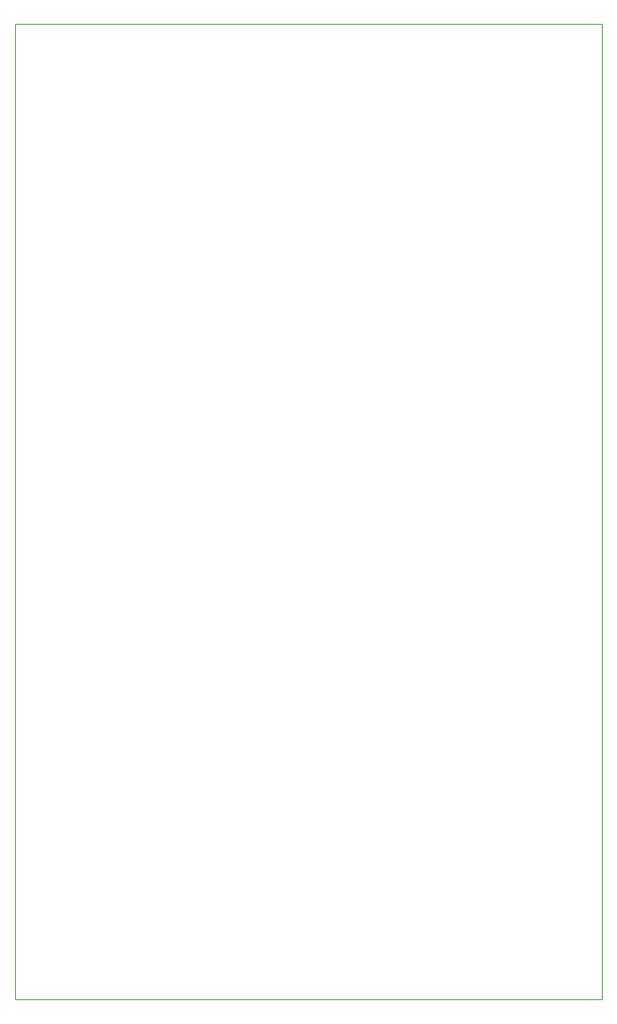
<source format=gbr>
%TF.GenerationSoftware,KiCad,Pcbnew,8.0.6*%
%TF.CreationDate,2024-12-14T14:17:38+01:00*%
%TF.ProjectId,satellite_board_6_keys,73617465-6c6c-4697-9465-5f626f617264,0*%
%TF.SameCoordinates,Original*%
%TF.FileFunction,Profile,NP*%
%FSLAX46Y46*%
G04 Gerber Fmt 4.6, Leading zero omitted, Abs format (unit mm)*
G04 Created by KiCad (PCBNEW 8.0.6) date 2024-12-14 14:17:38*
%MOMM*%
%LPD*%
G01*
G04 APERTURE LIST*
%TA.AperFunction,Profile*%
%ADD10C,0.050000*%
%TD*%
G04 APERTURE END LIST*
D10*
X87070000Y-37527000D02*
X149591000Y-37527000D01*
X149591000Y-141210000D01*
X87070000Y-141210000D01*
X87070000Y-37527000D01*
M02*

</source>
